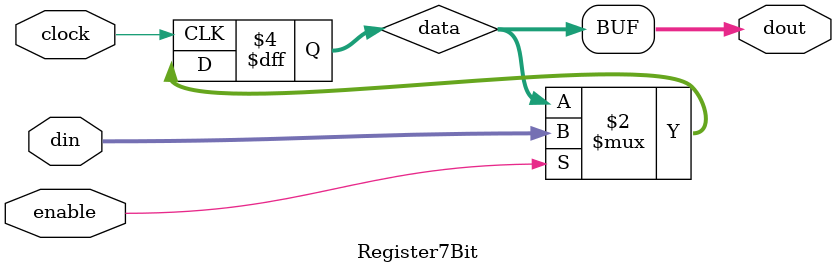
<source format=v>
`timescale 1ns / 1ps
`default_nettype none

/*
**********************************************************
** Logic Design Final Project Fall, 2019 Semester
** Amirkabir University of Technology (Tehran Polytechnic)
** Department of Computer Engineering (CEIT-AUT)
** Logic Circuit Design Laboratory
** https://ceit.aut.ac.ir
**********************************************************
** Student ID: 9731078 (Negin HajiSobhani)
** Student ID: 9731096 (Amirhossein Alibakhshi)
**********************************************************
** Module Name: Register7Bit
**********************************************************
** Additional Comments:
*/

module Register7Bit(
        clock,
        enable,
        din,
        dout);

input clock;
input enable;
input [6:0] din;
output [6:0] dout;

reg [6:0] data;

	always @(posedge clock) 
	begin : proc_data
		if(enable) begin
			data <= din;
		end
	end

	assign dout = data;

endmodule

</source>
